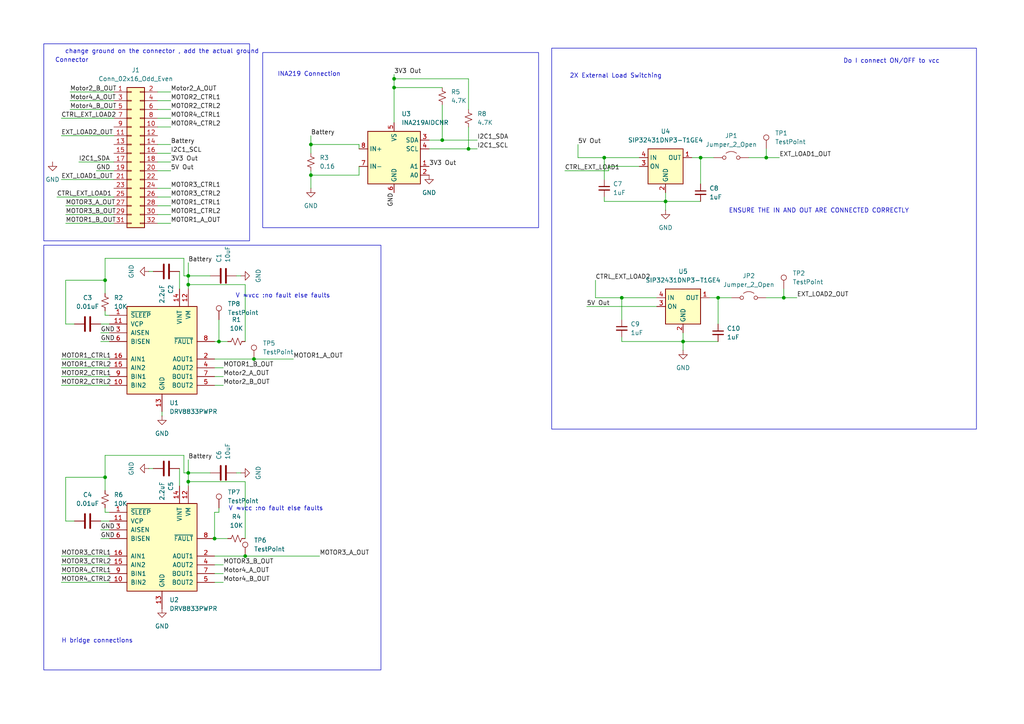
<source format=kicad_sch>
(kicad_sch (version 20250114) (generator "eeschema") (generator_version "9.0")
  (paper "A4")
  (lib_symbols
    (symbol "Connector:TestPoint" (pin_numbers (hide yes)) (pin_names (offset 0.762) (hide yes))
      (property "Reference" "TP" (at 0 6.858 0))
      (property "Value" "TestPoint" (at 0 5.08 0))
      (symbol "TestPoint_0_1"
        (circle (center 0 3.302) (radius 0.762))
      )
      (symbol "TestPoint_1_1"
        (pin passive line (at 0 0 90) (length 2.54) (name "1") (number "1"))
      )
    )
    (symbol "Connector_Generic:Conn_02x16_Odd_Even" (pin_names (offset 1.016) (hide yes))
      (property "Reference" "J" (at 1.27 20.32 0))
      (property "Value" "Conn_02x16_Odd_Even" (at 1.27 -22.86 0))
      (symbol "Conn_02x16_Odd_Even_1_1"
        (rectangle (start -1.27 19.05) (end 3.81 -21.59) (stroke (width 0.254)) (fill (type background)))
        (rectangle (start -1.27 17.907) (end 0 17.653) (stroke (width 0.1524)))
        (rectangle (start -1.27 15.367) (end 0 15.113) (stroke (width 0.1524)))
        (rectangle (start -1.27 12.827) (end 0 12.573) (stroke (width 0.1524)))
        (rectangle (start -1.27 10.287) (end 0 10.033) (stroke (width 0.1524)))
        (rectangle (start -1.27 7.747) (end 0 7.493) (stroke (width 0.1524)))
        (rectangle (start -1.27 5.207) (end 0 4.953) (stroke (width 0.1524)))
        (rectangle (start -1.27 2.667) (end 0 2.413) (stroke (width 0.1524)))
        (rectangle (start -1.27 0.127) (end 0 -0.127) (stroke (width 0.1524)))
        (rectangle (start -1.27 -2.413) (end 0 -2.667) (stroke (width 0.1524)))
        (rectangle (start -1.27 -4.953) (end 0 -5.207) (stroke (width 0.1524)))
        (rectangle (start -1.27 -7.493) (end 0 -7.747) (stroke (width 0.1524)))
        (rectangle (start -1.27 -10.033) (end 0 -10.287) (stroke (width 0.1524)))
        (rectangle (start -1.27 -12.573) (end 0 -12.827) (stroke (width 0.1524)))
        (rectangle (start -1.27 -15.113) (end 0 -15.367) (stroke (width 0.1524)))
        (rectangle (start -1.27 -17.653) (end 0 -17.907) (stroke (width 0.1524)))
        (rectangle (start -1.27 -20.193) (end 0 -20.447) (stroke (width 0.1524)))
        (rectangle (start 3.81 17.907) (end 2.54 17.653) (stroke (width 0.1524)))
        (rectangle (start 3.81 15.367) (end 2.54 15.113) (stroke (width 0.1524)))
        (rectangle (start 3.81 12.827) (end 2.54 12.573) (stroke (width 0.1524)))
        (rectangle (start 3.81 10.287) (end 2.54 10.033) (stroke (width 0.1524)))
        (rectangle (start 3.81 7.747) (end 2.54 7.493) (stroke (width 0.1524)))
        (rectangle (start 3.81 5.207) (end 2.54 4.953) (stroke (width 0.1524)))
        (rectangle (start 3.81 2.667) (end 2.54 2.413) (stroke (width 0.1524)))
        (rectangle (start 3.81 0.127) (end 2.54 -0.127) (stroke (width 0.1524)))
        (rectangle (start 3.81 -2.413) (end 2.54 -2.667) (stroke (width 0.1524)))
        (rectangle (start 3.81 -4.953) (end 2.54 -5.207) (stroke (width 0.1524)))
        (rectangle (start 3.81 -7.493) (end 2.54 -7.747) (stroke (width 0.1524)))
        (rectangle (start 3.81 -10.033) (end 2.54 -10.287) (stroke (width 0.1524)))
        (rectangle (start 3.81 -12.573) (end 2.54 -12.827) (stroke (width 0.1524)))
        (rectangle (start 3.81 -15.113) (end 2.54 -15.367) (stroke (width 0.1524)))
        (rectangle (start 3.81 -17.653) (end 2.54 -17.907) (stroke (width 0.1524)))
        (rectangle (start 3.81 -20.193) (end 2.54 -20.447) (stroke (width 0.1524)))
        (pin passive line (at -5.08 17.78 0) (length 3.81) (name "Pin_1") (number "1"))
        (pin passive line (at -5.08 15.24 0) (length 3.81) (name "Pin_3") (number "3"))
        (pin passive line (at -5.08 12.7 0) (length 3.81) (name "Pin_5") (number "5"))
        (pin passive line (at -5.08 10.16 0) (length 3.81) (name "Pin_7") (number "7"))
        (pin passive line (at -5.08 7.62 0) (length 3.81) (name "Pin_9") (number "9"))
        (pin passive line (at -5.08 5.08 0) (length 3.81) (name "Pin_11") (number "11"))
        (pin passive line (at -5.08 2.54 0) (length 3.81) (name "Pin_13") (number "13"))
        (pin passive line (at -5.08 0 0) (length 3.81) (name "Pin_15") (number "15"))
        (pin passive line (at -5.08 -2.54 0) (length 3.81) (name "Pin_17") (number "17"))
        (pin passive line (at -5.08 -5.08 0) (length 3.81) (name "Pin_19") (number "19"))
        (pin passive line (at -5.08 -7.62 0) (length 3.81) (name "Pin_21") (number "21"))
        (pin passive line (at -5.08 -10.16 0) (length 3.81) (name "Pin_23") (number "23"))
        (pin passive line (at -5.08 -12.7 0) (length 3.81) (name "Pin_25") (number "25"))
        (pin passive line (at -5.08 -15.24 0) (length 3.81) (name "Pin_27") (number "27"))
        (pin passive line (at -5.08 -17.78 0) (length 3.81) (name "Pin_29") (number "29"))
        (pin passive line (at -5.08 -20.32 0) (length 3.81) (name "Pin_31") (number "31"))
        (pin passive line (at 7.62 17.78 180) (length 3.81) (name "Pin_2") (number "2"))
        (pin passive line (at 7.62 15.24 180) (length 3.81) (name "Pin_4") (number "4"))
        (pin passive line (at 7.62 12.7 180) (length 3.81) (name "Pin_6") (number "6"))
        (pin passive line (at 7.62 10.16 180) (length 3.81) (name "Pin_8") (number "8"))
        (pin passive line (at 7.62 7.62 180) (length 3.81) (name "Pin_10") (number "10"))
        (pin passive line (at 7.62 5.08 180) (length 3.81) (name "Pin_12") (number "12"))
        (pin passive line (at 7.62 2.54 180) (length 3.81) (name "Pin_14") (number "14"))
        (pin passive line (at 7.62 0 180) (length 3.81) (name "Pin_16") (number "16"))
        (pin passive line (at 7.62 -2.54 180) (length 3.81) (name "Pin_18") (number "18"))
        (pin passive line (at 7.62 -5.08 180) (length 3.81) (name "Pin_20") (number "20"))
        (pin passive line (at 7.62 -7.62 180) (length 3.81) (name "Pin_22") (number "22"))
        (pin passive line (at 7.62 -10.16 180) (length 3.81) (name "Pin_24") (number "24"))
        (pin passive line (at 7.62 -12.7 180) (length 3.81) (name "Pin_26") (number "26"))
        (pin passive line (at 7.62 -15.24 180) (length 3.81) (name "Pin_28") (number "28"))
        (pin passive line (at 7.62 -17.78 180) (length 3.81) (name "Pin_30") (number "30"))
        (pin passive line (at 7.62 -20.32 180) (length 3.81) (name "Pin_32") (number "32"))
      )
    )
    (symbol "Device:C" (pin_numbers (hide yes)) (pin_names (offset 0.254))
      (property "Reference" "C" (at 0.635 2.54 0))
      (property "Value" "C" (at 0.635 -2.54 0))
      (symbol "C_0_1"
        (polyline (pts (xy -2.032 0.762) (xy 2.032 0.762)) (stroke (width 0.508)))
        (polyline (pts (xy -2.032 -0.762) (xy 2.032 -0.762)) (stroke (width 0.508)))
      )
      (symbol "C_1_1"
        (pin passive line (at 0 3.81 270) (length 2.794) (name "~") (number "1"))
        (pin passive line (at 0 -3.81 90) (length 2.794) (name "~") (number "2"))
      )
    )
    (symbol "Device:C_Small" (pin_numbers (hide yes)) (pin_names (offset 0.254) (hide yes))
      (property "Reference" "C" (at 0.254 1.778 0))
      (property "Value" "C_Small" (at 0.254 -2.032 0))
      (symbol "C_Small_0_1"
        (polyline (pts (xy -1.524 0.508) (xy 1.524 0.508)) (stroke (width 0.3048)))
        (polyline (pts (xy -1.524 -0.508) (xy 1.524 -0.508)) (stroke (width 0.3302)))
      )
      (symbol "C_Small_1_1"
        (pin passive line (at 0 2.54 270) (length 2.032) (name "~") (number "1"))
        (pin passive line (at 0 -2.54 90) (length 2.032) (name "~") (number "2"))
      )
    )
    (symbol "Device:R_Small_US" (pin_numbers (hide yes)) (pin_names (offset 0.254) (hide yes))
      (property "Reference" "R" (at 0.762 0.508 0))
      (property "Value" "R_Small_US" (at 0.762 -1.016 0))
      (symbol "R_Small_US_1_1"
        (polyline (pts (xy 0 1.524) (xy 1.016 1.143) (xy 0 0.762) (xy -1.016 0.381) (xy 0 0)))
        (polyline (pts (xy 0 0) (xy 1.016 -0.381) (xy 0 -0.762) (xy -1.016 -1.143) (xy 0 -1.524)))
        (pin passive line (at 0 2.54 270) (length 1.016) (name "~") (number "1"))
        (pin passive line (at 0 -2.54 90) (length 1.016) (name "~") (number "2"))
      )
    )
    (symbol "Driver_Motor:DRV8833PWP" (pin_names (offset 1.016))
      (property "Reference" "U" (at -3.81 16.51 0))
      (property "Value" "DRV8833PWP" (at -3.81 13.97 0))
      (symbol "DRV8833PWP_0_1"
        (rectangle (start -10.16 12.7) (end 10.16 -12.7) (stroke (width 0.254)) (fill (type background)))
      )
      (symbol "DRV8833PWP_1_1"
        (pin input line (at -15.24 10.16 0) (length 5.08) (name "~{SLEEP}") (number "1"))
        (pin bidirectional line (at -15.24 7.62 0) (length 5.08) (name "VCP") (number "11"))
        (pin bidirectional line (at -15.24 5.08 0) (length 5.08) (name "AISEN") (number "3"))
        (pin bidirectional line (at -15.24 2.54 0) (length 5.08) (name "BISEN") (number "6"))
        (pin input line (at -15.24 -2.54 0) (length 5.08) (name "AIN1") (number "16"))
        (pin input line (at -15.24 -5.08 0) (length 5.08) (name "AIN2") (number "15"))
        (pin input line (at -15.24 -7.62 0) (length 5.08) (name "BIN1") (number "9"))
        (pin input line (at -15.24 -10.16 0) (length 5.08) (name "BIN2") (number "10"))
        (pin power_in line (at 0 -17.78 90) (length 5.08) (name "GND") (number "13"))
        (pin passive line (at 0 -17.78 90) (length 5.08) (hide yes) (name "GND") (number "17"))
        (pin power_in line (at 5.08 17.78 270) (length 5.08) (name "VINT") (number "14"))
        (pin power_in line (at 7.62 17.78 270) (length 5.08) (name "VM") (number "12"))
        (pin open_collector line (at 15.24 2.54 180) (length 5.08) (name "~{FAULT}") (number "8"))
        (pin power_out line (at 15.24 -2.54 180) (length 5.08) (name "AOUT1") (number "2"))
        (pin power_out line (at 15.24 -5.08 180) (length 5.08) (name "AOUT2") (number "4"))
        (pin power_out line (at 15.24 -7.62 180) (length 5.08) (name "BOUT1") (number "7"))
        (pin power_out line (at 15.24 -10.16 180) (length 5.08) (name "BOUT2") (number "5"))
      )
    )
    (symbol "Jumper:Jumper_2_Open" (pin_numbers (hide yes)) (pin_names (offset 0) (hide yes)) (exclude_from_sim yes)
      (property "Reference" "JP" (at 0 2.794 0))
      (property "Value" "Jumper_2_Open" (at 0 -2.286 0))
      (symbol "Jumper_2_Open_0_0"
        (circle (center -2.032 0) (radius 0.508))
        (circle (center 2.032 0) (radius 0.508))
      )
      (symbol "Jumper_2_Open_0_1"
        (arc (start -1.524 1.27) (mid 0 1.778) (end 1.524 1.27))
      )
      (symbol "Jumper_2_Open_1_1"
        (pin passive line (at -5.08 0 0) (length 2.54) (name "A") (number "1"))
        (pin passive line (at 5.08 0 180) (length 2.54) (name "B") (number "2"))
      )
    )
    (symbol "Power_Management:SiP32431DR3"
      (property "Reference" "U" (at 0 8.89 0))
      (property "Value" "SiP32431DR3" (at 0 6.35 0))
      (symbol "SiP32431DR3_0_1"
        (rectangle (start -5.08 5.08) (end 5.08 -5.08) (stroke (width 0.254)) (fill (type background)))
      )
      (symbol "SiP32431DR3_1_1"
        (pin passive line (at -7.62 2.54 0) (length 2.54) (name "IN") (number "4"))
        (pin input line (at -7.62 0 0) (length 2.54) (name "ON") (number "3"))
        (pin power_in line (at 0 -7.62 90) (length 2.54) (name "GND") (number "2"))
        (pin passive line (at 0 -7.62 90) (length 2.54) (hide yes) (name "GND") (number "5"))
        (pin no_connect line (at 5.08 0 180) (length 2.54) (hide yes) (name "NC") (number "6"))
        (pin passive line (at 7.62 2.54 180) (length 2.54) (name "OUT") (number "1"))
      )
    )
    (symbol "Sensor_Energy:INA219AxD"
      (property "Reference" "U" (at -6.35 8.89 0))
      (property "Value" "INA219AxD" (at 5.08 8.89 0))
      (symbol "INA219AxD_0_1"
        (rectangle (start -7.62 7.62) (end 7.62 -7.62) (stroke (width 0.254)) (fill (type background)))
      )
      (symbol "INA219AxD_1_1"
        (pin input line (at -10.16 2.54 0) (length 2.54) (name "IN+") (number "8"))
        (pin input line (at -10.16 -2.54 0) (length 2.54) (name "IN-") (number "7"))
        (pin power_in line (at 0 10.16 270) (length 2.54) (name "VS") (number "5"))
        (pin power_in line (at 0 -10.16 90) (length 2.54) (name "GND") (number "6"))
        (pin bidirectional line (at 10.16 5.08 180) (length 2.54) (name "SDA") (number "3"))
        (pin input line (at 10.16 2.54 180) (length 2.54) (name "SCL") (number "4"))
        (pin input line (at 10.16 -2.54 180) (length 2.54) (name "A1") (number "1"))
        (pin input line (at 10.16 -5.08 180) (length 2.54) (name "A0") (number "2"))
      )
    )
    (symbol "power:GND" (power) (pin_numbers (hide yes)) (pin_names (offset 0) (hide yes))
      (property "Value" "GND" (at 0 -3.81 0))
      (symbol "GND_0_1"
        (polyline (pts (xy 0 0) (xy 0 -1.27) (xy 1.27 -1.27) (xy 0 -2.54) (xy -1.27 -1.27) (xy 0 -1.27)))
      )
      (symbol "GND_1_1"
        (pin power_in line (at 0 0 270) (length 0) (name "~") (number "1"))
      )
    )
  )
  (rectangle (start 76.2 15.24) (end 156.21 66.04))
  (rectangle (start 12.7 12.7) (end 72.39 69.85))
  (rectangle (start 160.02 13.97) (end 283.21 124.46))
  (rectangle (start 12.7 71.12) (end 110.49 194.31))
  (text "Do I connect ON/OFF to vcc" (at 258.572 17.78 0) (effects (font (size 1.27 1.27))))
  (text "V ≈vcc :no fault else faults" (at 82.042 85.852 0) (effects (font (size 1.27 1.27))))
  (text "Connector" (at 20.828 17.526 0) (effects (font (size 1.27 1.27))))
  (text "ENSURE THE IN AND OUT ARE CONNECTED CORRECTLY " (at 237.998 61.214 0) (effects (font (size 1.27 1.27))))
  (text "2X External Load Switching " (at 179.07 22.098 0) (effects (font (size 1.27 1.27))))
  (text "INA219 Connection" (at 89.662 21.59 0) (effects (font (size 1.27 1.27))))
  (text "H bridge connections" (at 28.194 185.928 0) (effects (font (size 1.27 1.27))))
  (text "V ≈vcc :no fault else faults" (at 80.01 147.574 0) (effects (font (size 1.27 1.27))))
  (text "change ground on the connector , add the actual ground" (at 46.99 14.986 0) (effects (font (size 1.27 1.27))))
  (junction (at 128.27 40.64))
  (junction (at 63.5 99.06))
  (junction (at 114.3 22.86))
  (junction (at 54.61 82.55))
  (junction (at 54.61 80.01))
  (junction (at 193.04 58.42))
  (junction (at 73.66 104.14))
  (junction (at 54.61 139.7))
  (junction (at 135.89 43.18))
  (junction (at 90.17 41.91))
  (junction (at 54.61 137.16))
  (junction (at 30.48 138.43))
  (junction (at 30.48 81.28))
  (junction (at 203.2 45.72))
  (junction (at 180.34 86.36))
  (junction (at 208.28 86.36))
  (junction (at 71.12 161.29))
  (junction (at 222.25 45.72))
  (junction (at 114.3 25.4))
  (junction (at 198.12 99.06))
  (junction (at 62.23 156.21))
  (junction (at 227.33 86.36))
  (junction (at 90.17 50.8))
  (junction (at 175.26 45.72))
  (wire (pts (xy 31.75 148.59) (xy 30.48 148.59)))
  (wire (pts (xy 29.21 151.13) (xy 31.75 151.13)))
  (wire (pts (xy 30.48 148.59) (xy 30.48 147.32)))
  (wire (pts (xy 17.78 111.76) (xy 31.75 111.76)))
  (wire (pts (xy 175.26 45.72) (xy 185.42 45.72)))
  (wire (pts (xy 49.53 29.21) (xy 45.72 29.21)))
  (wire (pts (xy 128.27 30.48) (xy 128.27 40.64)))
  (wire (pts (xy 85.09 104.14) (xy 73.66 104.14)))
  (wire (pts (xy 29.21 153.67) (xy 31.75 153.67)))
  (wire (pts (xy 180.34 86.36) (xy 190.5 86.36)))
  (wire (pts (xy 17.78 163.83) (xy 31.75 163.83)))
  (wire (pts (xy 114.3 22.86) (xy 114.3 25.4)))
  (wire (pts (xy 49.53 62.23) (xy 45.72 62.23)))
  (wire (pts (xy 54.61 137.16) (xy 54.61 139.7)))
  (wire (pts (xy 68.58 80.01) (xy 69.85 80.01)))
  (wire (pts (xy 227.33 86.36) (xy 231.14 86.36)))
  (wire (pts (xy 54.61 82.55) (xy 54.61 83.82)))
  (wire (pts (xy 54.61 137.16) (xy 53.34 137.16)))
  (wire (pts (xy 20.32 26.67) (xy 33.02 26.67)))
  (wire (pts (xy 135.89 43.18) (xy 124.46 43.18)))
  (wire (pts (xy 64.77 163.83) (xy 62.23 163.83)))
  (wire (pts (xy 135.89 36.83) (xy 135.89 43.18)))
  (wire (pts (xy 19.05 59.69) (xy 33.02 59.69)))
  (wire (pts (xy 172.72 81.28) (xy 172.72 86.36)))
  (wire (pts (xy 138.43 43.18) (xy 135.89 43.18)))
  (wire (pts (xy 53.34 80.01) (xy 53.34 74.93)))
  (wire (pts (xy 17.78 34.29) (xy 33.02 34.29)))
  (wire (pts (xy 64.77 168.91) (xy 62.23 168.91)))
  (wire (pts (xy 20.32 29.21) (xy 33.02 29.21)))
  (wire (pts (xy 200.66 45.72) (xy 203.2 45.72)))
  (wire (pts (xy 49.53 64.77) (xy 45.72 64.77)))
  (wire (pts (xy 64.77 111.76) (xy 62.23 111.76)))
  (wire (pts (xy 19.05 93.98) (xy 19.05 81.28)))
  (wire (pts (xy 114.3 21.59) (xy 114.3 22.86)))
  (wire (pts (xy 71.12 156.21) (xy 71.12 139.7)))
  (wire (pts (xy 49.53 26.67) (xy 45.72 26.67)))
  (wire (pts (xy 21.59 93.98) (xy 19.05 93.98)))
  (wire (pts (xy 198.12 96.52) (xy 198.12 99.06)))
  (wire (pts (xy 62.23 148.59) (xy 62.23 156.21)))
  (wire (pts (xy 176.53 48.26) (xy 185.42 48.26)))
  (wire (pts (xy 104.14 50.8) (xy 90.17 50.8)))
  (wire (pts (xy 54.61 133.35) (xy 54.61 137.16)))
  (wire (pts (xy 176.53 49.53) (xy 176.53 48.26)))
  (wire (pts (xy 53.34 74.93) (xy 30.48 74.93)))
  (wire (pts (xy 180.34 97.79) (xy 180.34 99.06)))
  (wire (pts (xy 30.48 138.43) (xy 30.48 142.24)))
  (wire (pts (xy 29.21 99.06) (xy 31.75 99.06)))
  (wire (pts (xy 208.28 86.36) (xy 208.28 93.98)))
  (wire (pts (xy 71.12 99.06) (xy 71.12 82.55)))
  (wire (pts (xy 17.78 109.22) (xy 31.75 109.22)))
  (wire (pts (xy 49.53 59.69) (xy 45.72 59.69)))
  (wire (pts (xy 30.48 81.28) (xy 30.48 85.09)))
  (wire (pts (xy 222.25 45.72) (xy 226.06 45.72)))
  (wire (pts (xy 44.45 78.74) (xy 43.18 78.74)))
  (wire (pts (xy 62.23 99.06) (xy 63.5 99.06)))
  (wire (pts (xy 172.72 86.36) (xy 180.34 86.36)))
  (wire (pts (xy 180.34 99.06) (xy 198.12 99.06)))
  (wire (pts (xy 17.78 168.91) (xy 31.75 168.91)))
  (wire (pts (xy 29.21 96.52) (xy 31.75 96.52)))
  (wire (pts (xy 190.5 88.9) (xy 170.18 88.9)))
  (wire (pts (xy 167.64 45.72) (xy 175.26 45.72)))
  (wire (pts (xy 20.32 31.75) (xy 33.02 31.75)))
  (wire (pts (xy 19.05 81.28) (xy 30.48 81.28)))
  (wire (pts (xy 175.26 57.15) (xy 175.26 58.42)))
  (wire (pts (xy 208.28 99.06) (xy 198.12 99.06)))
  (wire (pts (xy 53.34 137.16) (xy 53.34 132.08)))
  (wire (pts (xy 71.12 139.7) (xy 54.61 139.7)))
  (wire (pts (xy 114.3 25.4) (xy 128.27 25.4)))
  (wire (pts (xy 180.34 86.36) (xy 180.34 92.71)))
  (wire (pts (xy 17.78 52.07) (xy 33.02 52.07)))
  (wire (pts (xy 46.99 120.65) (xy 46.99 119.38)))
  (wire (pts (xy 19.05 151.13) (xy 19.05 138.43)))
  (wire (pts (xy 22.86 46.99) (xy 33.02 46.99)))
  (wire (pts (xy 19.05 64.77) (xy 33.02 64.77)))
  (wire (pts (xy 64.77 166.37) (xy 62.23 166.37)))
  (wire (pts (xy 17.78 106.68) (xy 31.75 106.68)))
  (wire (pts (xy 114.3 25.4) (xy 114.3 35.56)))
  (wire (pts (xy 193.04 58.42) (xy 193.04 60.96)))
  (wire (pts (xy 49.53 54.61) (xy 45.72 54.61)))
  (wire (pts (xy 167.64 41.91) (xy 167.64 45.72)))
  (wire (pts (xy 49.53 31.75) (xy 45.72 31.75)))
  (wire (pts (xy 17.78 39.37) (xy 33.02 39.37)))
  (wire (pts (xy 63.5 147.32) (xy 63.5 148.59)))
  (wire (pts (xy 49.53 44.45) (xy 45.72 44.45)))
  (wire (pts (xy 104.14 41.91) (xy 104.14 43.18)))
  (wire (pts (xy 222.25 43.18) (xy 222.25 45.72)))
  (wire (pts (xy 208.28 86.36) (xy 212.09 86.36)))
  (wire (pts (xy 54.61 137.16) (xy 60.96 137.16)))
  (wire (pts (xy 54.61 139.7) (xy 54.61 140.97)))
  (wire (pts (xy 90.17 39.37) (xy 90.17 41.91)))
  (wire (pts (xy 52.07 83.82) (xy 52.07 78.74)))
  (wire (pts (xy 49.53 36.83) (xy 45.72 36.83)))
  (wire (pts (xy 203.2 45.72) (xy 207.01 45.72)))
  (wire (pts (xy 16.51 57.15) (xy 33.02 57.15)))
  (wire (pts (xy 203.2 58.42) (xy 193.04 58.42)))
  (wire (pts (xy 49.53 57.15) (xy 45.72 57.15)))
  (wire (pts (xy 62.23 156.21) (xy 66.04 156.21)))
  (wire (pts (xy 49.53 34.29) (xy 45.72 34.29)))
  (wire (pts (xy 31.75 91.44) (xy 30.48 91.44)))
  (wire (pts (xy 163.83 49.53) (xy 176.53 49.53)))
  (wire (pts (xy 217.17 45.72) (xy 222.25 45.72)))
  (wire (pts (xy 44.45 135.89) (xy 43.18 135.89)))
  (wire (pts (xy 73.66 104.14) (xy 62.23 104.14)))
  (wire (pts (xy 63.5 92.71) (xy 63.5 99.06)))
  (wire (pts (xy 52.07 140.97) (xy 52.07 135.89)))
  (wire (pts (xy 64.77 109.22) (xy 62.23 109.22)))
  (wire (pts (xy 49.53 41.91) (xy 45.72 41.91)))
  (wire (pts (xy 124.46 40.64) (xy 128.27 40.64)))
  (wire (pts (xy 203.2 45.72) (xy 203.2 53.34)))
  (wire (pts (xy 175.26 45.72) (xy 175.26 52.07)))
  (wire (pts (xy 227.33 83.82) (xy 227.33 86.36)))
  (wire (pts (xy 19.05 62.23) (xy 33.02 62.23)))
  (wire (pts (xy 63.5 99.06) (xy 66.04 99.06)))
  (wire (pts (xy 71.12 161.29) (xy 62.23 161.29)))
  (wire (pts (xy 30.48 74.93) (xy 30.48 81.28)))
  (wire (pts (xy 114.3 22.86) (xy 135.89 22.86)))
  (wire (pts (xy 222.25 86.36) (xy 227.33 86.36)))
  (wire (pts (xy 21.59 151.13) (xy 19.05 151.13)))
  (wire (pts (xy 49.53 46.99) (xy 45.72 46.99)))
  (wire (pts (xy 54.61 80.01) (xy 54.61 82.55)))
  (wire (pts (xy 30.48 132.08) (xy 30.48 138.43)))
  (wire (pts (xy 63.5 148.59) (xy 62.23 148.59)))
  (wire (pts (xy 17.78 166.37) (xy 31.75 166.37)))
  (wire (pts (xy 193.04 55.88) (xy 193.04 58.42)))
  (wire (pts (xy 64.77 106.68) (xy 62.23 106.68)))
  (wire (pts (xy 29.21 156.21) (xy 31.75 156.21)))
  (wire (pts (xy 49.53 49.53) (xy 45.72 49.53)))
  (wire (pts (xy 29.21 93.98) (xy 31.75 93.98)))
  (wire (pts (xy 17.78 161.29) (xy 31.75 161.29)))
  (wire (pts (xy 90.17 49.53) (xy 90.17 50.8)))
  (wire (pts (xy 104.14 48.26) (xy 104.14 50.8)))
  (wire (pts (xy 90.17 41.91) (xy 104.14 41.91)))
  (wire (pts (xy 135.89 31.75) (xy 135.89 22.86)))
  (wire (pts (xy 30.48 91.44) (xy 30.48 90.17)))
  (wire (pts (xy 71.12 82.55) (xy 54.61 82.55)))
  (wire (pts (xy 205.74 86.36) (xy 208.28 86.36)))
  (wire (pts (xy 71.12 161.29) (xy 92.71 161.29)))
  (wire (pts (xy 17.78 104.14) (xy 31.75 104.14)))
  (wire (pts (xy 54.61 80.01) (xy 53.34 80.01)))
  (wire (pts (xy 27.94 49.53) (xy 33.02 49.53)))
  (wire (pts (xy 198.12 99.06) (xy 198.12 101.6)))
  (wire (pts (xy 90.17 50.8) (xy 90.17 54.61)))
  (wire (pts (xy 68.58 137.16) (xy 69.85 137.16)))
  (wire (pts (xy 54.61 80.01) (xy 60.96 80.01)))
  (wire (pts (xy 53.34 132.08) (xy 30.48 132.08)))
  (wire (pts (xy 128.27 40.64) (xy 138.43 40.64)))
  (wire (pts (xy 54.61 76.2) (xy 54.61 80.01)))
  (wire (pts (xy 175.26 58.42) (xy 193.04 58.42)))
  (wire (pts (xy 19.05 138.43) (xy 30.48 138.43)))
  (wire (pts (xy 90.17 41.91) (xy 90.17 44.45)))
  (label "Battery" (at 54.61 133.35 0))
  (label "Motor4_B_OUT" (at 64.77 168.91 0))
  (label "EXT_LOAD1_OUT" (at 226.06 45.72 0))
  (label "MOTOR3_CTRL1" (at 49.53 54.61 0))
  (label "MOTOR2_CTRL2" (at 49.53 31.75 0))
  (label "CTRL_EXT_LOAD2" (at 17.78 34.29 0))
  (label "MOTOR1_B_OUT" (at 64.77 106.68 0))
  (label "3V3 Out" (at 49.53 46.99 0))
  (label "Motor4_A_OUT" (at 64.77 166.37 0))
  (label "GND" (at 29.21 153.67 0))
  (label "EXT_LOAD2_OUT" (at 231.14 86.36 0))
  (label "MOTOR3_CTRL1" (at 17.78 161.29 0))
  (label "CTRL_EXT_LOAD2" (at 172.72 81.28 0))
  (label "MOTOR1_A_OUT" (at 49.53 64.77 0))
  (label "Motor2_B_OUT" (at 20.32 26.67 0))
  (label "Battery" (at 54.61 76.2 0))
  (label "EXT_LOAD1_OUT" (at 17.78 52.07 0))
  (label "GND" (at 29.21 99.06 0))
  (label "I2C1_SCL" (at 138.43 43.18 0))
  (label "MOTOR3_A_OUT" (at 92.71 161.29 0))
  (label "I2C1_SCL" (at 49.53 44.45 0))
  (label "MOTOR4_CTRL1" (at 49.53 34.29 0))
  (label "5V Out" (at 167.64 41.91 0))
  (label "I2C1_SDA" (at 22.86 46.99 0))
  (label "Motor2_A_OUT" (at 64.77 109.22 0))
  (label "MOTOR2_CTRL1" (at 49.53 29.21 0))
  (label "5V Out" (at 49.53 49.53 0))
  (label "Battery" (at 90.17 39.37 0))
  (label "3V3 Out" (at 124.46 48.26 0))
  (label "MOTOR3_CTRL2" (at 49.53 57.15 0))
  (label "GND" (at 114.3 55.88 270))
  (label "MOTOR3_A_OUT" (at 19.05 59.69 0))
  (label "MOTOR1_CTRL2" (at 49.53 62.23 0))
  (label "CTRL_EXT_LOAD1" (at 16.51 57.15 0))
  (label "GND" (at 29.21 96.52 0))
  (label "MOTOR2_CTRL2" (at 17.78 111.76 0))
  (label "MOTOR3_B_OUT" (at 64.77 163.83 0))
  (label "EXT_LOAD2_OUT" (at 17.78 39.37 0))
  (label "MOTOR2_CTRL1" (at 17.78 109.22 0))
  (label "MOTOR1_CTRL2" (at 17.78 106.68 0))
  (label "MOTOR1_CTRL1" (at 17.78 104.14 0))
  (label "MOTOR4_CTRL2" (at 49.53 36.83 0))
  (label "MOTOR1_CTRL1" (at 49.53 59.69 0))
  (label "Motor4_A_OUT" (at 20.32 29.21 0))
  (label "5V Out" (at 170.18 88.9 0))
  (label "Motor4_B_OUT" (at 20.32 31.75 0))
  (label "MOTOR4_CTRL1" (at 17.78 166.37 0))
  (label "GND" (at 29.21 156.21 0))
  (label "Motor2_A_OUT" (at 49.53 26.67 0))
  (label "Motor2_B_OUT" (at 64.77 111.76 0))
  (label "Battery" (at 49.53 41.91 0))
  (label "MOTOR4_CTRL2" (at 17.78 168.91 0))
  (label "MOTOR1_A_OUT" (at 85.09 104.14 0))
  (label "3V3 Out" (at 114.3 21.59 0))
  (label "MOTOR3_CTRL2" (at 17.78 163.83 0))
  (label "GND" (at 27.94 49.53 0))
  (label "I2C1_SDA" (at 138.43 40.64 0))
  (label "CTRL_EXT_LOAD1" (at 163.83 49.53 0))
  (label "MOTOR3_B_OUT" (at 19.05 62.23 0))
  (label "MOTOR1_B_OUT" (at 19.05 64.77 0))
  (symbol (lib_id "Driver_Motor:DRV8833PWP") (at 46.99 101.6 0) (unit 1)
    (property "Reference" "U1" (at 49.1333 116.84 0) (effects (justify left)))
    (property "Value" "DRV8833PWPR" (at 49.1333 119.38 0) (effects (justify left)))
    (property "Footprint" "Library:IC_DRV8833PWPR" (effects (hide yes)))
    (property "Datasheet" "https://jlcpcb.com/api/file/downloadByFileSystemAccessId/8588881461298802689" (effects (hide yes)))
    (property "Description" "Dual H-Bridge Motor Driver, HTSSOP-16" (effects (hide yes)))
    (property "LCSC" "C50506" (effects (hide yes)))
  )
  (symbol (lib_id "Device:R_Small_US") (at 30.48 144.78 180) (unit 1)
    (property "Reference" "R6" (at 33.02 143.5099 0) (effects (justify right)))
    (property "Value" "10K" (at 33.02 146.0499 0) (effects (justify right)))
    (property "Footprint" "Resistor_SMD:R_0805_2012Metric_Pad1.20x1.40mm_HandSolder" (effects (hide yes)))
    (property "Datasheet" "https://jlcpcb.com/api/file/downloadByFileSystemAccessId/8562006748401074176" (effects (hide yes)))
    (property "Description" "Resistor, small US symbol" (effects (hide yes)))
    (property "LCSC" "C17414" (effects (hide yes)))
  )
  (symbol (lib_id "Device:R_Small_US") (at 128.27 27.94 0) (unit 1)
    (property "Reference" "R5" (at 130.81 26.6699 0) (effects (justify left)))
    (property "Value" "4.7K" (at 130.81 29.2099 0) (effects (justify left)))
    (property "Footprint" "Library:RESCAXS80P320X160X60-8N" (effects (hide yes)))
    (property "Datasheet" "https://jlcpcb.com/api/file/downloadByFileSystemAccessId/8579705785663668224" (effects (hide yes)))
    (property "Description" "Resistor, small US symbol" (effects (hide yes)))
    (property "LCSC" "C1980" (effects (hide yes)))
  )
  (symbol (lib_id "Power_Management:SiP32431DR3") (at 198.12 88.9 0) (unit 1)
    (property "Reference" "U5" (at 198.12 78.74 0))
    (property "Value" "SIP32431DNP3-T1GE4" (at 198.12 81.28 0))
    (property "Footprint" "Library:SON50P120X160X60-5N" (effects (hide yes)))
    (property "Datasheet" "https://jlcpcb.com/api/file/downloadByFileSystemAccessId/8556806212877369344" (effects (hide yes)))
    (property "Description" "10 pA, Ultra Low Leakage and Quiescent Current, Load Switch with Reverse Blocking, High Enable, SC-70-6" (effects (hide yes)))
    (property "LCSC" "C727398" (effects (hide yes)))
  )
  (symbol (lib_id "Connector:TestPoint") (at 227.33 83.82 0) (unit 1)
    (property "Reference" "TP2" (at 229.87 79.2479 0) (effects (justify left)))
    (property "Value" "TestPoint" (at 229.87 81.7879 0) (effects (justify left)))
    (property "Description" "test point" (effects (hide yes)))
  )
  (symbol (lib_id "power:GND") (at 124.46 50.8 0) (unit 1)
    (property "Reference" "#PWR011" (effects (hide yes)))
    (property "Value" "GND" (at 124.46 55.88 0))
    (property "Description" "Power symbol creates a global label with name \"GND\" , ground" (effects (hide yes)))
  )
  (symbol (lib_id "Connector:TestPoint") (at 63.5 147.32 0) (unit 1)
    (property "Reference" "TP7" (at 66.04 142.7479 0) (effects (justify left)))
    (property "Value" "TestPoint" (at 66.04 145.2879 0) (effects (justify left)))
    (property "Description" "test point" (effects (hide yes)))
  )
  (symbol (lib_id "Sensor_Energy:INA219AxD") (at 114.3 45.72 0) (unit 1)
    (property "Reference" "U3" (at 116.4433 33.02 0) (effects (justify left)))
    (property "Value" "INA219AIDCNR" (at 116.4433 35.56 0) (effects (justify left)))
    (property "Footprint" "Library:SOT65P280X145-8N" (effects (hide yes)))
    (property "Datasheet" "https://jlcpcb.com/api/file/downloadByFileSystemAccessId/8586200525100486656" (effects (hide yes)))
    (property "Description" "Zero-Drift, Bidirectional Current/Power Monitor (0-26V) With I2C Interface, SOIC-8" (effects (hide yes)))
    (property "LCSC" "C87469" (effects (hide yes)))
  )
  (symbol (lib_id "Device:C") (at 25.4 93.98 90) (unit 1)
    (property "Reference" "C3" (at 25.4 86.36 90))
    (property "Value" "0.01uF" (at 25.4 88.9 90))
    (property "Footprint" "Capacitor_SMD:C_0402_1005Metric_Pad0.74x0.62mm_HandSolder" (effects (hide yes)))
    (property "Description" "Unpolarized capacitor" (effects (hide yes)))
  )
  (symbol (lib_id "Device:C_Small") (at 180.34 95.25 0) (unit 1)
    (property "Reference" "C9" (at 182.88 93.9862 0) (effects (justify left)))
    (property "Value" "1uF" (at 182.88 96.5262 0) (effects (justify left)))
    (property "Footprint" "Capacitor_SMD:C_0402_1005Metric_Pad0.74x0.62mm_HandSolder" (effects (hide yes)))
    (property "Datasheet" "https://jlcpcb.com/api/file/downloadByFileSystemAccessId/8579707343598243840" (effects (hide yes)))
    (property "Description" "Unpolarized capacitor, small symbol" (effects (hide yes)))
    (property "LCSC" "C1848" (effects (hide yes)))
  )
  (symbol (lib_id "Device:C_Small") (at 208.28 96.52 0) (unit 1)
    (property "Reference" "C10" (at 210.82 95.2562 0) (effects (justify left)))
    (property "Value" "1uF" (at 210.82 97.7962 0) (effects (justify left)))
    (property "Footprint" "Capacitor_SMD:C_0402_1005Metric_Pad0.74x0.62mm_HandSolder" (effects (hide yes)))
    (property "Datasheet" "https://jlcpcb.com/api/file/downloadByFileSystemAccessId/8579707343598243840" (effects (hide yes)))
    (property "Description" "Unpolarized capacitor, small symbol" (effects (hide yes)))
    (property "LCSC" "C1848" (effects (hide yes)))
  )
  (symbol (lib_id "Device:C") (at 64.77 80.01 90) (unit 1)
    (property "Reference" "C1" (at 63.4999 76.2 0) (effects (justify left)))
    (property "Value" "10uF" (at 66.0399 76.2 0) (effects (justify left)))
    (property "Footprint" "Capacitor_SMD:C_0402_1005Metric_Pad0.74x0.62mm_HandSolder" (effects (hide yes)))
    (property "Datasheet" "https://jlcpcb.com/api/file/downloadByFileSystemAccessId/8579707359440130048" (effects (hide yes)))
    (property "Description" "Unpolarized capacitor" (effects (hide yes)))
    (property "LCSC" "C13585" (effects (hide yes)))
  )
  (symbol (lib_id "Jumper:Jumper_2_Open") (at 212.09 45.72 0) (unit 1) (exclude_from_sim yes)
    (property "Reference" "JP1" (at 212.09 39.37 0))
    (property "Value" "Jumper_2_Open" (at 212.09 41.91 0))
    (property "Description" "Jumper, 2-pole, open" (effects (hide yes)))
  )
  (symbol (lib_id "Connector:TestPoint") (at 73.66 104.14 0) (unit 1)
    (property "Reference" "TP5" (at 76.2 99.5679 0) (effects (justify left)))
    (property "Value" "TestPoint" (at 76.2 102.1079 0) (effects (justify left)))
    (property "Description" "test point" (effects (hide yes)))
  )
  (symbol (lib_id "power:GND") (at 46.99 176.53 0) (unit 1)
    (property "Reference" "#PWR09" (effects (hide yes)))
    (property "Value" "GND" (at 46.99 181.61 0))
    (property "Description" "Power symbol creates a global label with name \"GND\" , ground" (effects (hide yes)))
  )
  (symbol (lib_id "Device:C") (at 64.77 137.16 90) (unit 1)
    (property "Reference" "C6" (at 63.4999 133.35 0) (effects (justify left)))
    (property "Value" "10uF" (at 66.0399 133.35 0) (effects (justify left)))
    (property "Footprint" "Capacitor_SMD:C_0402_1005Metric_Pad0.74x0.62mm_HandSolder" (effects (hide yes)))
    (property "Description" "Unpolarized capacitor" (effects (hide yes)))
  )
  (symbol (lib_id "Power_Management:SiP32431DR3") (at 193.04 48.26 0) (unit 1)
    (property "Reference" "U4" (at 193.04 38.1 0))
    (property "Value" "SIP32431DNP3-T1GE4" (at 193.04 40.64 0))
    (property "Footprint" "Library:SON50P120X160X60-5N" (effects (hide yes)))
    (property "Datasheet" "https://jlcpcb.com/api/file/downloadByFileSystemAccessId/8556806212877369344" (effects (hide yes)))
    (property "Description" "10 pA, Ultra Low Leakage and Quiescent Current, Load Switch with Reverse Blocking, High Enable, SC-70-6" (effects (hide yes)))
    (property "LCSC" "C727398" (effects (hide yes)))
  )
  (symbol (lib_id "Driver_Motor:DRV8833PWP") (at 46.99 158.75 0) (unit 1)
    (property "Reference" "U2" (at 49.1333 173.99 0) (effects (justify left)))
    (property "Value" "DRV8833PWPR" (at 49.1333 176.53 0) (effects (justify left)))
    (property "Footprint" "Library:IC_DRV8833PWPR" (effects (hide yes)))
    (property "Datasheet" "https://jlcpcb.com/api/file/downloadByFileSystemAccessId/8588881461298802689" (effects (hide yes)))
    (property "Description" "Dual H-Bridge Motor Driver, HTSSOP-16" (effects (hide yes)))
    (property "LCSC" "C50506" (effects (hide yes)))
  )
  (symbol (lib_id "Connector:TestPoint") (at 63.5 92.71 0) (unit 1)
    (property "Reference" "TP8" (at 66.04 88.1379 0) (effects (justify left)))
    (property "Value" "TestPoint" (at 66.04 90.6779 0) (effects (justify left)))
    (property "Description" "test point" (effects (hide yes)))
  )
  (symbol (lib_id "Connector_Generic:Conn_02x16_Odd_Even") (at 38.1 44.45 0) (unit 1)
    (property "Reference" "J1" (at 39.37 20.32 0))
    (property "Value" "Conn_02x16_Odd_Even" (at 39.37 22.86 0))
    (property "Footprint" "Module:ST_Morpho_Connector_144_STLink" (effects (hide yes)))
    (property "Description" "Generic connector, double row, 02x16, odd/even pin numbering scheme (row 1 odd numbers, row 2 even numbers), script generated (kicad-library-utils/schlib/autogen/connector/)" (effects (hide yes)))
  )
  (symbol (lib_id "power:GND") (at 43.18 135.89 270) (unit 1)
    (property "Reference" "#PWR03" (effects (hide yes)))
    (property "Value" "GND" (at 38.1 135.89 0))
    (property "Description" "Power symbol creates a global label with name \"GND\" , ground" (effects (hide yes)))
  )
  (symbol (lib_id "Device:C_Small") (at 175.26 54.61 0) (unit 1)
    (property "Reference" "C7" (at 177.8 53.3462 0) (effects (justify left)))
    (property "Value" "1uF" (at 177.8 55.8862 0) (effects (justify left)))
    (property "Footprint" "Capacitor_SMD:C_0402_1005Metric_Pad0.74x0.62mm_HandSolder" (effects (hide yes)))
    (property "Datasheet" "https://jlcpcb.com/api/file/downloadByFileSystemAccessId/8579707343598243840" (effects (hide yes)))
    (property "Description" "Unpolarized capacitor, small symbol" (effects (hide yes)))
    (property "LCSC" "C1848" (effects (hide yes)))
  )
  (symbol (lib_id "power:GND") (at 198.12 101.6 0) (unit 1)
    (property "Reference" "#PWR07" (effects (hide yes)))
    (property "Value" "GND" (at 198.12 106.68 0))
    (property "Description" "Power symbol creates a global label with name \"GND\" , ground" (effects (hide yes)))
  )
  (symbol (lib_id "power:GND") (at 69.85 137.16 90) (unit 1)
    (property "Reference" "#PWR04" (effects (hide yes)))
    (property "Value" "GND" (at 74.93 137.16 0))
    (property "Description" "Power symbol creates a global label with name \"GND\" , ground" (effects (hide yes)))
  )
  (symbol (lib_id "Device:R_Small_US") (at 68.58 99.06 90) (unit 1)
    (property "Reference" "R1" (at 68.58 92.71 90))
    (property "Value" "10K" (at 68.58 95.25 90))
    (property "Footprint" "Resistor_SMD:R_0805_2012Metric_Pad1.20x1.40mm_HandSolder" (effects (hide yes)))
    (property "Datasheet" "https://jlcpcb.com/api/file/downloadByFileSystemAccessId/8562006748401074176" (effects (hide yes)))
    (property "Description" "Resistor, small US symbol" (effects (hide yes)))
    (property "LCSC" "C17414" (effects (hide yes)))
  )
  (symbol (lib_id "power:GND") (at 90.17 54.61 0) (unit 1)
    (property "Reference" "#PWR06" (effects (hide yes)))
    (property "Value" "GND" (at 90.17 59.69 0))
    (property "Description" "Power symbol creates a global label with name \"GND\" , ground" (effects (hide yes)))
  )
  (symbol (lib_id "Connector:TestPoint") (at 222.25 43.18 0) (unit 1)
    (property "Reference" "TP1" (at 224.79 38.6079 0) (effects (justify left)))
    (property "Value" "TestPoint" (at 224.79 41.1479 0) (effects (justify left)))
    (property "Description" "test point" (effects (hide yes)))
  )
  (symbol (lib_id "power:GND") (at 43.18 78.74 270) (unit 1)
    (property "Reference" "#PWR02" (effects (hide yes)))
    (property "Value" "GND" (at 38.1 78.74 0))
    (property "Description" "Power symbol creates a global label with name \"GND\" , ground" (effects (hide yes)))
  )
  (symbol (lib_id "Device:R_Small_US") (at 135.89 34.29 0) (unit 1)
    (property "Reference" "R8" (at 138.43 33.0199 0) (effects (justify left)))
    (property "Value" "4.7K" (at 138.43 35.5599 0) (effects (justify left)))
    (property "Footprint" "Library:RESCAXS80P320X160X60-8N" (effects (hide yes)))
    (property "Datasheet" "https://jlcpcb.com/api/file/downloadByFileSystemAccessId/8579705785663668224" (effects (hide yes)))
    (property "Description" "Resistor, small US symbol" (effects (hide yes)))
    (property "LCSC" "C1980" (effects (hide yes)))
  )
  (symbol (lib_id "power:GND") (at 193.04 60.96 0) (unit 1)
    (property "Reference" "#PWR05" (effects (hide yes)))
    (property "Value" "GND" (at 193.04 66.04 0))
    (property "Description" "Power symbol creates a global label with name \"GND\" , ground" (effects (hide yes)))
  )
  (symbol (lib_id "power:GND") (at 15.24 46.99 0) (unit 1)
    (property "Reference" "#PWR08" (effects (hide yes)))
    (property "Value" "GND" (at 15.24 52.07 0))
    (property "Description" "Power symbol creates a global label with name \"GND\" , ground" (effects (hide yes)))
  )
  (symbol (lib_id "power:GND") (at 69.85 80.01 90) (unit 1)
    (property "Reference" "#PWR01" (effects (hide yes)))
    (property "Value" "GND" (at 74.93 80.01 0))
    (property "Description" "Power symbol creates a global label with name \"GND\" , ground" (effects (hide yes)))
  )
  (symbol (lib_id "Device:C") (at 48.26 135.89 270) (unit 1)
    (property "Reference" "C5" (at 49.5301 139.7 0) (effects (justify left)))
    (property "Value" "2.2uF" (at 46.9901 139.7 0) (effects (justify left)))
    (property "Footprint" "Capacitor_SMD:C_0402_1005Metric_Pad0.74x0.62mm_HandSolder" (effects (hide yes)))
    (property "Description" "Unpolarized capacitor" (effects (hide yes)))
  )
  (symbol (lib_id "Device:C_Small") (at 203.2 55.88 0) (unit 1)
    (property "Reference" "C8" (at 205.74 54.6162 0) (effects (justify left)))
    (property "Value" "1uF" (at 205.74 57.1562 0) (effects (justify left)))
    (property "Footprint" "Capacitor_SMD:C_0402_1005Metric_Pad0.74x0.62mm_HandSolder" (effects (hide yes)))
    (property "Datasheet" "https://jlcpcb.com/api/file/downloadByFileSystemAccessId/8579707343598243840" (effects (hide yes)))
    (property "Description" "Unpolarized capacitor, small symbol" (effects (hide yes)))
    (property "LCSC" "C1848" (effects (hide yes)))
  )
  (symbol (lib_id "Device:C") (at 48.26 78.74 270) (unit 1)
    (property "Reference" "C2" (at 49.5301 82.55 0) (effects (justify left)))
    (property "Value" "2.2uF" (at 46.9901 82.55 0) (effects (justify left)))
    (property "Footprint" "Capacitor_SMD:C_0402_1005Metric_Pad0.74x0.62mm_HandSolder" (effects (hide yes)))
    (property "Description" "Unpolarized capacitor" (effects (hide yes)))
  )
  (symbol (lib_id "Device:R_Small_US") (at 30.48 87.63 180) (unit 1)
    (property "Reference" "R2" (at 33.02 86.3599 0) (effects (justify right)))
    (property "Value" "10K" (at 33.02 88.8999 0) (effects (justify right)))
    (property "Footprint" "Resistor_SMD:R_0805_2012Metric_Pad1.20x1.40mm_HandSolder" (effects (hide yes)))
    (property "Datasheet" "https://jlcpcb.com/api/file/downloadByFileSystemAccessId/8562006748401074176" (effects (hide yes)))
    (property "Description" "Resistor, small US symbol" (effects (hide yes)))
    (property "LCSC" "C17414" (effects (hide yes)))
  )
  (symbol (lib_id "Connector:TestPoint") (at 71.12 161.29 0) (unit 1)
    (property "Reference" "TP6" (at 73.66 156.7179 0) (effects (justify left)))
    (property "Value" "TestPoint" (at 73.66 159.2579 0) (effects (justify left)))
    (property "Description" "test point" (effects (hide yes)))
  )
  (symbol (lib_id "Jumper:Jumper_2_Open") (at 217.17 86.36 0) (unit 1) (exclude_from_sim yes)
    (property "Reference" "JP2" (at 217.17 80.01 0))
    (property "Value" "Jumper_2_Open" (at 217.17 82.55 0))
    (property "Description" "Jumper, 2-pole, open" (effects (hide yes)))
  )
  (symbol (lib_id "Device:C") (at 25.4 151.13 90) (unit 1)
    (property "Reference" "C4" (at 25.4 143.51 90))
    (property "Value" "0.01uF" (at 25.4 146.05 90))
    (property "Footprint" "Capacitor_SMD:C_0402_1005Metric_Pad0.74x0.62mm_HandSolder" (effects (hide yes)))
    (property "Description" "Unpolarized capacitor" (effects (hide yes)))
  )
  (symbol (lib_id "power:GND") (at 46.99 120.65 0) (unit 1)
    (property "Reference" "#PWR010" (effects (hide yes)))
    (property "Value" "GND" (at 46.99 125.73 0))
    (property "Description" "Power symbol creates a global label with name \"GND\" , ground" (effects (hide yes)))
  )
  (symbol (lib_id "Device:R_Small_US") (at 68.58 156.21 90) (unit 1)
    (property "Reference" "R4" (at 68.58 149.86 90))
    (property "Value" "10K" (at 68.58 152.4 90))
    (property "Footprint" "Resistor_SMD:R_0805_2012Metric_Pad1.20x1.40mm_HandSolder" (effects (hide yes)))
    (property "Datasheet" "https://jlcpcb.com/api/file/downloadByFileSystemAccessId/8562006748401074176" (effects (hide yes)))
    (property "Description" "Resistor, small US symbol" (effects (hide yes)))
    (property "LCSC" "C17414" (effects (hide yes)))
  )
  (symbol (lib_id "Device:R_Small_US") (at 90.17 46.99 0) (unit 1)
    (property "Reference" "R3" (at 92.71 45.7199 0) (effects (justify left)))
    (property "Value" "0.16" (at 92.71 48.2599 0) (effects (justify left)))
    (property "Footprint" "Resistor_SMD:R_01005_0402Metric" (effects (hide yes)))
    (property "Description" "Resistor, small US symbol" (effects (hide yes)))
  )
)
</source>
